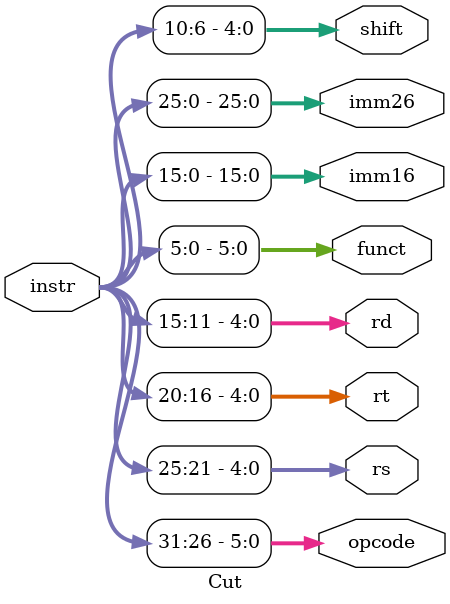
<source format=v>
`timescale 1ns / 1ps
module Cut(
	input [31:0] instr,
	output [5:0] opcode,
	output [4:0] rs,
	output [4:0] rt,
	output [4:0] rd,
	output [5:0] funct,
	output [15:0] imm16,
	output [25:0] imm26,
	output [4:0] shift
    );
	
	assign opcode=instr[31:26];
	assign rs=instr[25:21];
	assign rt=instr[20:16];
	assign rd=instr[15:11];
	assign funct=instr[5:0];
	assign imm16=instr[15:0];
	assign imm26=instr[25:0];
	assign shift=instr[10:6];
	
endmodule

</source>
